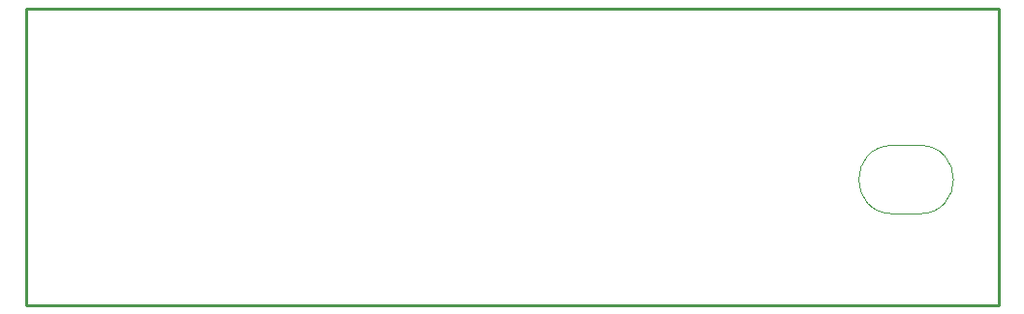
<source format=gko>
G04 Layer_Color=16711935*
%FSLAX42Y42*%
%MOMM*%
G71*
G01*
G75*
%ADD29C,0.25*%
%ADD48C,0.10*%
D29*
X0Y0D02*
Y2600D01*
X8500D01*
Y0D02*
Y2600D01*
X0Y0D02*
X8500D01*
D48*
X7807Y800D02*
G03*
X7807Y1400I0J300D01*
G01*
X7580Y1400D02*
G03*
X7580Y800I0J-300D01*
G01*
Y800D02*
X7807D01*
X7580Y1400D02*
X7807D01*
M02*

</source>
